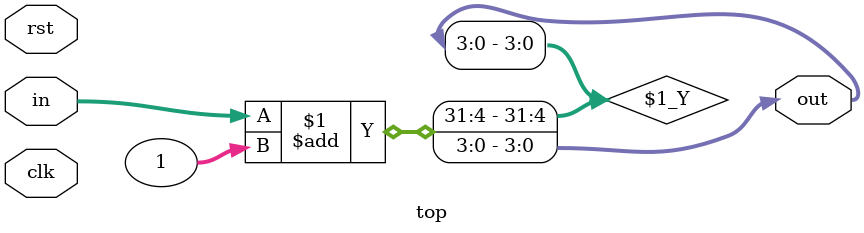
<source format=v>
module top(
    input [3:0] in,
    output [3:0] out,
    input clk,
    input rst
    );
    assign out = in + 1;
endmodule

</source>
